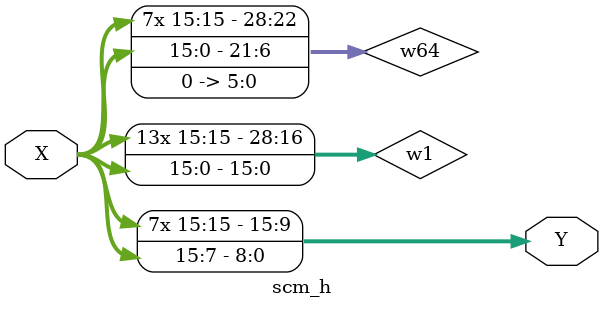
<source format=v>
/*------------------------------------------------------------------------------
 * This code was generated by Spiral Multiplier Block Generator, www.spiral.net
 * Copyright (c) 2006, Carnegie Mellon University
 * All rights reserved.
 * The code is distributed under a BSD style license
 * (see http://www.opensource.org/licenses/bsd-license.php)
 *------------------------------------------------------------------------------ */

module scm_h (
    X,
    Y
);

  // Port mode declarations:
  input  signed  [15:0] X;
  output signed  [15:0] Y;

  //Multipliers:

  wire signed [28:0]
    w1,
    w64;

  assign w1 = X;
  assign w64 = w1 << 6;

  assign Y = w64[28:13];

endmodule //multiplier_block


</source>
